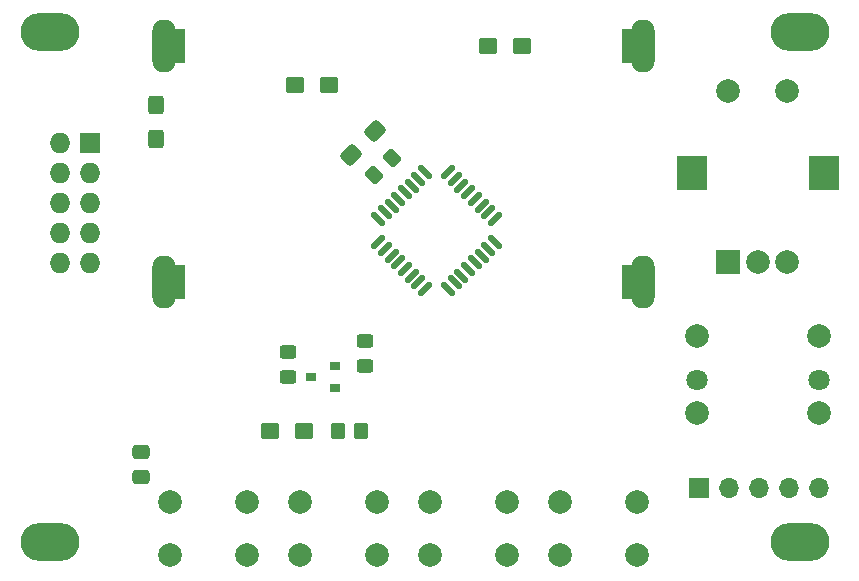
<source format=gbr>
%TF.GenerationSoftware,KiCad,Pcbnew,5.99.0-unknown-71ab42e60~106~ubuntu18.04.1*%
%TF.CreationDate,2021-01-06T07:49:34+01:00*%
%TF.ProjectId,tosta,746f7374-612e-46b6-9963-61645f706362,A*%
%TF.SameCoordinates,Original*%
%TF.FileFunction,Soldermask,Bot*%
%TF.FilePolarity,Negative*%
%FSLAX46Y46*%
G04 Gerber Fmt 4.6, Leading zero omitted, Abs format (unit mm)*
G04 Created by KiCad (PCBNEW 5.99.0-unknown-71ab42e60~106~ubuntu18.04.1) date 2021-01-06 07:49:34*
%MOMM*%
%LPD*%
G01*
G04 APERTURE LIST*
G04 Aperture macros list*
%AMRoundRect*
0 Rectangle with rounded corners*
0 $1 Rounding radius*
0 $2 $3 $4 $5 $6 $7 $8 $9 X,Y pos of 4 corners*
0 Add a 4 corners polygon primitive as box body*
4,1,4,$2,$3,$4,$5,$6,$7,$8,$9,$2,$3,0*
0 Add four circle primitives for the rounded corners*
1,1,$1+$1,$2,$3,0*
1,1,$1+$1,$4,$5,0*
1,1,$1+$1,$6,$7,0*
1,1,$1+$1,$8,$9,0*
0 Add four rect primitives between the rounded corners*
20,1,$1+$1,$2,$3,$4,$5,0*
20,1,$1+$1,$4,$5,$6,$7,0*
20,1,$1+$1,$6,$7,$8,$9,0*
20,1,$1+$1,$8,$9,$2,$3,0*%
G04 Aperture macros list end*
%ADD10O,2.000000X4.500000*%
%ADD11R,1.000000X3.000000*%
%ADD12C,2.000000*%
%ADD13R,2.000000X2.000000*%
%ADD14R,2.500000X3.000000*%
%ADD15O,5.000000X3.200000*%
%ADD16C,1.800000*%
%ADD17RoundRect,0.125000X-0.530330X0.353553X0.353553X-0.530330X0.530330X-0.353553X-0.353553X0.530330X0*%
%ADD18RoundRect,0.125000X-0.530330X-0.353553X-0.353553X-0.530330X0.530330X0.353553X0.353553X0.530330X0*%
%ADD19R,0.900000X0.800000*%
%ADD20RoundRect,0.250000X0.425000X-0.537500X0.425000X0.537500X-0.425000X0.537500X-0.425000X-0.537500X0*%
%ADD21RoundRect,0.250000X0.537500X0.425000X-0.537500X0.425000X-0.537500X-0.425000X0.537500X-0.425000X0*%
%ADD22RoundRect,0.250000X-0.450000X0.325000X-0.450000X-0.325000X0.450000X-0.325000X0.450000X0.325000X0*%
%ADD23R,1.727200X1.727200*%
%ADD24O,1.727200X1.727200*%
%ADD25RoundRect,0.250000X-0.537500X-0.425000X0.537500X-0.425000X0.537500X0.425000X-0.537500X0.425000X0*%
%ADD26R,1.700000X1.700000*%
%ADD27O,1.700000X1.700000*%
%ADD28RoundRect,0.250000X0.088388X-0.548008X0.548008X-0.088388X-0.088388X0.548008X-0.548008X0.088388X0*%
%ADD29RoundRect,0.250000X0.350000X0.450000X-0.350000X0.450000X-0.350000X-0.450000X0.350000X-0.450000X0*%
%ADD30RoundRect,0.250000X-0.079550X-0.680590X0.680590X0.079550X0.079550X0.680590X-0.680590X-0.079550X0*%
%ADD31RoundRect,0.250000X-0.475000X0.337500X-0.475000X-0.337500X0.475000X-0.337500X0.475000X0.337500X0*%
G04 APERTURE END LIST*
D10*
X102723864Y-72440000D03*
D11*
X63473864Y-72440000D03*
D10*
X62223864Y-52440000D03*
X102723864Y-52440000D03*
D11*
X101473864Y-52440000D03*
D10*
X62223864Y-72440000D03*
D11*
X101473864Y-72440000D03*
X63473864Y-52440000D03*
D12*
X69223864Y-91050000D03*
X62723864Y-91050000D03*
X69223864Y-95550000D03*
X62723864Y-95550000D03*
X91223864Y-91050000D03*
X84723864Y-91050000D03*
X91223864Y-95550000D03*
X84723864Y-95550000D03*
X102223864Y-91050000D03*
X95723864Y-91050000D03*
X102223864Y-95550000D03*
X95723864Y-95550000D03*
X80223864Y-91050000D03*
X73723864Y-91050000D03*
X80223864Y-95550000D03*
X73723864Y-95550000D03*
D13*
X109973864Y-70702102D03*
D12*
X114973864Y-70702102D03*
X112473864Y-70702102D03*
D14*
X106873864Y-63202102D03*
X118073864Y-63202102D03*
D12*
X109973864Y-56202102D03*
X114973864Y-56202102D03*
D15*
X116040000Y-94450000D03*
D12*
X107323864Y-77010000D03*
D16*
X107323864Y-80710000D03*
D12*
X117623864Y-77010000D03*
X107323864Y-83510000D03*
D16*
X117623864Y-80710000D03*
D12*
X117623864Y-83510000D03*
D15*
X116040000Y-51270000D03*
X52540000Y-51270000D03*
X52540000Y-94450000D03*
D17*
X80341794Y-67087728D03*
X80907480Y-66522043D03*
X81473165Y-65956357D03*
X82038850Y-65390672D03*
X82604536Y-64824986D03*
X83170221Y-64259301D03*
X83735907Y-63693616D03*
X84301592Y-63127930D03*
D18*
X86246136Y-63127930D03*
X86811821Y-63693616D03*
X87377507Y-64259301D03*
X87943192Y-64824986D03*
X88508878Y-65390672D03*
X89074563Y-65956357D03*
X89640248Y-66522043D03*
X90205934Y-67087728D03*
D17*
X90205934Y-69032272D03*
X89640248Y-69597957D03*
X89074563Y-70163643D03*
X88508878Y-70729328D03*
X87943192Y-71295014D03*
X87377507Y-71860699D03*
X86811821Y-72426384D03*
X86246136Y-72992070D03*
D18*
X84301592Y-72992070D03*
X83735907Y-72426384D03*
X83170221Y-71860699D03*
X82604536Y-71295014D03*
X82038850Y-70729328D03*
X81473165Y-70163643D03*
X80907480Y-69597957D03*
X80341794Y-69032272D03*
D19*
X76673864Y-79510000D03*
X76673864Y-81410000D03*
X74673864Y-80460000D03*
D20*
X61473864Y-60297500D03*
X61473864Y-57422500D03*
D21*
X76174734Y-55760000D03*
X73299734Y-55760000D03*
D22*
X79169952Y-77435000D03*
X79169952Y-79485000D03*
D23*
X55924864Y-60672500D03*
D24*
X53384864Y-60672500D03*
X55924864Y-63212500D03*
X53384864Y-63212500D03*
X55924864Y-65752500D03*
X53384864Y-65752500D03*
X55924864Y-68292500D03*
X53384864Y-68292500D03*
X55924864Y-70832500D03*
X53384864Y-70832500D03*
D22*
X72673864Y-78360000D03*
X72673864Y-80410000D03*
D21*
X74073864Y-85060000D03*
X71198864Y-85060000D03*
D25*
X89594183Y-52460000D03*
X92469183Y-52460000D03*
D26*
X107473864Y-89860000D03*
D27*
X110013864Y-89860000D03*
X112553864Y-89860000D03*
X115093864Y-89860000D03*
X117633864Y-89860000D03*
D28*
X80004992Y-63355177D03*
X81454560Y-61905609D03*
D29*
X78890137Y-85060000D03*
X76890137Y-85060000D03*
D30*
X78057398Y-61676466D03*
X80090330Y-59643534D03*
D31*
X60260000Y-86820000D03*
X60260000Y-88895000D03*
M02*

</source>
